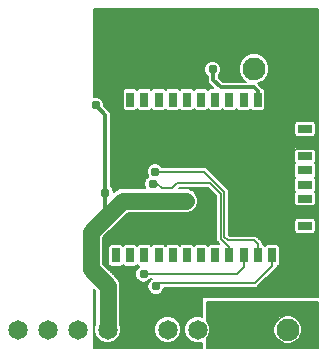
<source format=gbl>
G75*
G70*
%OFA0B0*%
%FSLAX24Y24*%
%IPPOS*%
%LPD*%
%AMOC8*
5,1,8,0,0,1.08239X$1,22.5*
%
%ADD10C,0.0760*%
%ADD11C,0.0650*%
%ADD12R,0.0250X0.0500*%
%ADD13R,0.0500X0.0250*%
%ADD14C,0.0060*%
%ADD15C,0.0310*%
%ADD16C,0.0120*%
%ADD17C,0.0396*%
%ADD18C,0.0475*%
%ADD19C,0.0560*%
D10*
X009575Y013785D03*
X010575Y013785D03*
X010696Y005086D03*
X009696Y005086D03*
D11*
X001695Y005085D03*
X002695Y005085D03*
X003695Y005085D03*
X004695Y005085D03*
X005695Y005085D03*
X006695Y005085D03*
X007695Y005085D03*
D12*
X007811Y007555D03*
X007338Y007555D03*
X006866Y007555D03*
X006394Y007555D03*
X005921Y007555D03*
X005449Y007555D03*
X004976Y007555D03*
X004976Y012752D03*
X005449Y012752D03*
X005921Y012752D03*
X006394Y012752D03*
X006866Y012752D03*
X007338Y012752D03*
X007811Y012752D03*
X008283Y012752D03*
X008756Y012752D03*
X009228Y012752D03*
X009701Y012752D03*
X010173Y012752D03*
X010173Y007555D03*
X009701Y007555D03*
X009228Y007555D03*
X008756Y007555D03*
X008283Y007555D03*
D13*
X011275Y008539D03*
X011275Y008933D03*
X011275Y009445D03*
X011275Y009917D03*
X011275Y010390D03*
X011275Y010862D03*
X011275Y011374D03*
X011275Y011768D03*
D14*
X011655Y011744D02*
X011705Y011744D01*
X011705Y011686D02*
X011655Y011686D01*
X011655Y011627D02*
X011705Y011627D01*
X011705Y011569D02*
X011635Y011569D01*
X011655Y011589D02*
X011655Y011946D01*
X011579Y012023D01*
X010972Y012023D01*
X010895Y011946D01*
X010895Y011589D01*
X010972Y011513D01*
X011579Y011513D01*
X011655Y011589D01*
X011705Y011510D02*
X004815Y011510D01*
X004815Y011452D02*
X011705Y011452D01*
X011705Y011393D02*
X004815Y011393D01*
X004815Y011335D02*
X011705Y011335D01*
X011705Y011276D02*
X004815Y011276D01*
X004815Y011218D02*
X011705Y011218D01*
X011705Y011159D02*
X004815Y011159D01*
X004815Y011100D02*
X010955Y011100D01*
X010972Y011117D02*
X010895Y011041D01*
X010895Y010683D01*
X010953Y010626D01*
X010895Y010569D01*
X010895Y010211D01*
X010953Y010153D01*
X010895Y010096D01*
X010895Y009738D01*
X010953Y009681D01*
X010895Y009624D01*
X010895Y009266D01*
X010972Y009190D01*
X011579Y009190D01*
X011655Y009266D01*
X011655Y009624D01*
X011598Y009681D01*
X011655Y009738D01*
X011655Y010096D01*
X011598Y010153D01*
X011655Y010211D01*
X011655Y010569D01*
X011598Y010626D01*
X011655Y010683D01*
X011655Y011041D01*
X011579Y011117D01*
X010972Y011117D01*
X010896Y011042D02*
X004815Y011042D01*
X004815Y010983D02*
X010895Y010983D01*
X010895Y010925D02*
X004815Y010925D01*
X004815Y010866D02*
X010895Y010866D01*
X010895Y010808D02*
X004815Y010808D01*
X004815Y010749D02*
X010895Y010749D01*
X010895Y010691D02*
X004815Y010691D01*
X004815Y010632D02*
X010947Y010632D01*
X010901Y010574D02*
X006460Y010574D01*
X006447Y010587D02*
X006342Y010630D01*
X006229Y010630D01*
X006124Y010587D01*
X006044Y010506D01*
X006000Y010402D01*
X006000Y010288D01*
X006041Y010190D01*
X006034Y010187D01*
X005954Y010106D01*
X005910Y010002D01*
X005910Y009888D01*
X005949Y009795D01*
X005277Y009795D01*
X005114Y009795D01*
X004963Y009733D01*
X004910Y009680D01*
X004910Y009702D01*
X004867Y009806D01*
X004815Y009858D01*
X004815Y012146D01*
X004815Y012304D01*
X004580Y012539D01*
X004580Y012612D01*
X004537Y012716D01*
X004457Y012797D01*
X004352Y012840D01*
X004239Y012840D01*
X004235Y012839D01*
X004235Y015775D01*
X011705Y015775D01*
X011705Y006155D01*
X007835Y006165D01*
X007835Y005519D01*
X007786Y005540D01*
X007605Y005540D01*
X007438Y005471D01*
X007310Y005343D01*
X007241Y005176D01*
X007241Y004995D01*
X007310Y004827D01*
X007438Y004699D01*
X007605Y004630D01*
X007786Y004630D01*
X007835Y004651D01*
X007835Y004485D01*
X004235Y004485D01*
X004235Y006425D01*
X004285Y006375D01*
X004285Y005284D01*
X004241Y005176D01*
X004241Y004995D01*
X004310Y004827D01*
X004438Y004699D01*
X004605Y004630D01*
X004786Y004630D01*
X004953Y004699D01*
X005081Y004827D01*
X005150Y004995D01*
X005150Y005176D01*
X005105Y005284D01*
X005105Y006627D01*
X005043Y006777D01*
X004928Y006893D01*
X004555Y007265D01*
X004555Y008165D01*
X005078Y008687D01*
X005365Y008975D01*
X007377Y008975D01*
X007528Y009037D01*
X007643Y009153D01*
X007705Y009303D01*
X007705Y009467D01*
X007643Y009617D01*
X007528Y009733D01*
X007377Y009795D01*
X007072Y009795D01*
X007092Y009815D01*
X008039Y009815D01*
X008305Y009549D01*
X008305Y008049D01*
X008399Y007955D01*
X008399Y007955D01*
X008419Y007935D01*
X008104Y007935D01*
X008047Y007878D01*
X007990Y007935D01*
X007632Y007935D01*
X007575Y007878D01*
X007517Y007935D01*
X007160Y007935D01*
X007102Y007878D01*
X007045Y007935D01*
X006687Y007935D01*
X006630Y007878D01*
X006572Y007935D01*
X006215Y007935D01*
X006157Y007878D01*
X006100Y007935D01*
X005742Y007935D01*
X005685Y007878D01*
X005627Y007935D01*
X005270Y007935D01*
X005212Y007878D01*
X005155Y007935D01*
X004797Y007935D01*
X004721Y007859D01*
X004721Y007251D01*
X004797Y007175D01*
X005155Y007175D01*
X005212Y007232D01*
X005270Y007175D01*
X005627Y007175D01*
X005685Y007232D01*
X005739Y007179D01*
X005734Y007177D01*
X005654Y007096D01*
X005610Y006992D01*
X005610Y006878D01*
X005654Y006774D01*
X005734Y006693D01*
X005839Y006650D01*
X005952Y006650D01*
X006057Y006693D01*
X006137Y006774D01*
X006138Y006775D01*
X006164Y006775D01*
X006144Y006767D01*
X006064Y006686D01*
X006020Y006582D01*
X006020Y006468D01*
X006064Y006364D01*
X006144Y006283D01*
X006249Y006240D01*
X006362Y006240D01*
X006467Y006283D01*
X006547Y006364D01*
X006590Y006468D01*
X006590Y006475D01*
X009662Y006475D01*
X009755Y006569D01*
X010333Y007146D01*
X010333Y007175D01*
X010352Y007175D01*
X010428Y007251D01*
X010428Y007859D01*
X010352Y007935D01*
X009994Y007935D01*
X009937Y007878D01*
X009879Y007935D01*
X009861Y007935D01*
X009861Y007996D01*
X009735Y008121D01*
X009642Y008215D01*
X008772Y008215D01*
X008745Y008241D01*
X008745Y009609D01*
X008745Y009741D01*
X008075Y010411D01*
X007982Y010505D01*
X006528Y010505D01*
X006527Y010506D01*
X006447Y010587D01*
X006518Y010515D02*
X010895Y010515D01*
X010895Y010456D02*
X008030Y010456D01*
X008089Y010398D02*
X010895Y010398D01*
X010895Y010339D02*
X008147Y010339D01*
X008206Y010281D02*
X010895Y010281D01*
X010895Y010222D02*
X008264Y010222D01*
X008323Y010164D02*
X010943Y010164D01*
X010905Y010105D02*
X008381Y010105D01*
X008440Y010047D02*
X010895Y010047D01*
X010895Y009988D02*
X008499Y009988D01*
X008557Y009930D02*
X010895Y009930D01*
X010895Y009871D02*
X008616Y009871D01*
X008674Y009812D02*
X010895Y009812D01*
X010895Y009754D02*
X008733Y009754D01*
X008745Y009695D02*
X010938Y009695D01*
X010909Y009637D02*
X008745Y009637D01*
X008745Y009578D02*
X010895Y009578D01*
X010895Y009520D02*
X008745Y009520D01*
X008745Y009461D02*
X010895Y009461D01*
X010895Y009403D02*
X008745Y009403D01*
X008745Y009344D02*
X010895Y009344D01*
X010895Y009286D02*
X008745Y009286D01*
X008745Y009227D02*
X010934Y009227D01*
X010972Y008794D02*
X010895Y008718D01*
X010895Y008360D01*
X010972Y008284D01*
X011579Y008284D01*
X011655Y008360D01*
X011655Y008718D01*
X011579Y008794D01*
X010972Y008794D01*
X010936Y008759D02*
X008745Y008759D01*
X008745Y008817D02*
X011705Y008817D01*
X011705Y008759D02*
X011615Y008759D01*
X011655Y008700D02*
X011705Y008700D01*
X011705Y008642D02*
X011655Y008642D01*
X011655Y008583D02*
X011705Y008583D01*
X011705Y008525D02*
X011655Y008525D01*
X011655Y008466D02*
X011705Y008466D01*
X011705Y008407D02*
X011655Y008407D01*
X011644Y008349D02*
X011705Y008349D01*
X011705Y008290D02*
X011585Y008290D01*
X011705Y008232D02*
X008755Y008232D01*
X008745Y008290D02*
X010966Y008290D01*
X010907Y008349D02*
X008745Y008349D01*
X008745Y008407D02*
X010895Y008407D01*
X010895Y008466D02*
X008745Y008466D01*
X008745Y008525D02*
X010895Y008525D01*
X010895Y008583D02*
X008745Y008583D01*
X008745Y008642D02*
X010895Y008642D01*
X010895Y008700D02*
X008745Y008700D01*
X008745Y008876D02*
X011705Y008876D01*
X011705Y008934D02*
X008745Y008934D01*
X008745Y008993D02*
X011705Y008993D01*
X011705Y009051D02*
X008745Y009051D01*
X008745Y009110D02*
X011705Y009110D01*
X011705Y009169D02*
X008745Y009169D01*
X008465Y009615D02*
X008465Y008115D01*
X008756Y007825D01*
X008756Y007555D01*
X008745Y007545D01*
X008705Y008055D02*
X008585Y008175D01*
X008585Y009675D01*
X007915Y010345D01*
X006285Y010345D01*
X006111Y010574D02*
X004815Y010574D01*
X004815Y010515D02*
X006052Y010515D01*
X006023Y010456D02*
X004815Y010456D01*
X004815Y010398D02*
X006000Y010398D01*
X006000Y010339D02*
X004815Y010339D01*
X004815Y010281D02*
X006004Y010281D01*
X006028Y010222D02*
X004815Y010222D01*
X004815Y010164D02*
X006011Y010164D01*
X005953Y010105D02*
X004815Y010105D01*
X004815Y010047D02*
X005929Y010047D01*
X005910Y009988D02*
X004815Y009988D01*
X004815Y009930D02*
X005910Y009930D01*
X005918Y009871D02*
X004815Y009871D01*
X004861Y009812D02*
X005942Y009812D01*
X006195Y009945D02*
X006355Y009945D01*
X006495Y009805D01*
X006855Y009805D01*
X007025Y009975D01*
X008105Y009975D01*
X008465Y009615D01*
X008305Y009520D02*
X007683Y009520D01*
X007705Y009461D02*
X008305Y009461D01*
X008305Y009403D02*
X007705Y009403D01*
X007705Y009344D02*
X008305Y009344D01*
X008305Y009286D02*
X007698Y009286D01*
X007674Y009227D02*
X008305Y009227D01*
X008305Y009169D02*
X007649Y009169D01*
X007600Y009110D02*
X008305Y009110D01*
X008305Y009051D02*
X007542Y009051D01*
X007420Y008993D02*
X008305Y008993D01*
X008305Y008934D02*
X005325Y008934D01*
X005266Y008876D02*
X008305Y008876D01*
X008305Y008817D02*
X005207Y008817D01*
X005149Y008759D02*
X008305Y008759D01*
X008305Y008700D02*
X005090Y008700D01*
X005032Y008642D02*
X008305Y008642D01*
X008305Y008583D02*
X004973Y008583D01*
X004915Y008525D02*
X008305Y008525D01*
X008305Y008466D02*
X004856Y008466D01*
X004798Y008407D02*
X008305Y008407D01*
X008305Y008349D02*
X004739Y008349D01*
X004681Y008290D02*
X008305Y008290D01*
X008305Y008232D02*
X004622Y008232D01*
X004563Y008173D02*
X008305Y008173D01*
X008305Y008115D02*
X004555Y008115D01*
X004555Y008056D02*
X008305Y008056D01*
X008357Y007998D02*
X004555Y007998D01*
X004555Y007939D02*
X008415Y007939D01*
X008705Y008055D02*
X009575Y008055D01*
X009701Y007930D01*
X009701Y007555D01*
X009934Y007881D02*
X009940Y007881D01*
X009861Y007939D02*
X011705Y007939D01*
X011705Y007881D02*
X010406Y007881D01*
X010428Y007822D02*
X011705Y007822D01*
X011705Y007763D02*
X010428Y007763D01*
X010428Y007705D02*
X011705Y007705D01*
X011705Y007646D02*
X010428Y007646D01*
X010428Y007588D02*
X011705Y007588D01*
X011705Y007529D02*
X010428Y007529D01*
X010428Y007471D02*
X011705Y007471D01*
X011705Y007412D02*
X010428Y007412D01*
X010428Y007354D02*
X011705Y007354D01*
X011705Y007295D02*
X010428Y007295D01*
X010413Y007237D02*
X011705Y007237D01*
X011705Y007178D02*
X010355Y007178D01*
X010306Y007119D02*
X011705Y007119D01*
X011705Y007061D02*
X010248Y007061D01*
X010189Y007002D02*
X011705Y007002D01*
X011705Y006944D02*
X010131Y006944D01*
X010072Y006885D02*
X011705Y006885D01*
X011705Y006827D02*
X010013Y006827D01*
X009955Y006768D02*
X011705Y006768D01*
X011705Y006710D02*
X009896Y006710D01*
X009838Y006651D02*
X011705Y006651D01*
X011705Y006593D02*
X009779Y006593D01*
X009721Y006534D02*
X011705Y006534D01*
X011705Y006476D02*
X009662Y006476D01*
X009595Y006635D02*
X006415Y006635D01*
X006305Y006525D01*
X006128Y006300D02*
X005105Y006300D01*
X005105Y006358D02*
X006069Y006358D01*
X006042Y006417D02*
X005105Y006417D01*
X005105Y006476D02*
X006020Y006476D01*
X006020Y006534D02*
X005105Y006534D01*
X005105Y006593D02*
X006025Y006593D01*
X006049Y006651D02*
X005955Y006651D01*
X005836Y006651D02*
X005095Y006651D01*
X005071Y006710D02*
X005718Y006710D01*
X005659Y006768D02*
X005047Y006768D01*
X004993Y006827D02*
X005632Y006827D01*
X005610Y006885D02*
X004935Y006885D01*
X004876Y006944D02*
X005610Y006944D01*
X005615Y007002D02*
X004818Y007002D01*
X004759Y007061D02*
X005639Y007061D01*
X005677Y007119D02*
X004701Y007119D01*
X004642Y007178D02*
X004794Y007178D01*
X004736Y007237D02*
X004584Y007237D01*
X004555Y007295D02*
X004721Y007295D01*
X004721Y007354D02*
X004555Y007354D01*
X004555Y007412D02*
X004721Y007412D01*
X004721Y007471D02*
X004555Y007471D01*
X004555Y007529D02*
X004721Y007529D01*
X004721Y007588D02*
X004555Y007588D01*
X004555Y007646D02*
X004721Y007646D01*
X004721Y007705D02*
X004555Y007705D01*
X004555Y007763D02*
X004721Y007763D01*
X004721Y007822D02*
X004555Y007822D01*
X004555Y007881D02*
X004743Y007881D01*
X005209Y007881D02*
X005215Y007881D01*
X005682Y007881D02*
X005688Y007881D01*
X005737Y007178D02*
X005630Y007178D01*
X005895Y006935D02*
X006035Y006935D01*
X008995Y006935D01*
X009228Y007168D01*
X009228Y007555D01*
X009742Y008115D02*
X011705Y008115D01*
X011705Y008173D02*
X009683Y008173D01*
X009801Y008056D02*
X011705Y008056D01*
X011705Y007998D02*
X009859Y007998D01*
X010173Y007555D02*
X010173Y007213D01*
X009595Y006635D01*
X010430Y005484D02*
X010298Y005352D01*
X010226Y005180D01*
X010226Y004993D01*
X010298Y004820D01*
X010430Y004688D01*
X010603Y004616D01*
X010790Y004616D01*
X010963Y004688D01*
X011095Y004820D01*
X011166Y004993D01*
X011166Y005180D01*
X011095Y005352D01*
X010963Y005484D01*
X010790Y005556D01*
X010603Y005556D01*
X010430Y005484D01*
X010426Y005480D02*
X007995Y005480D01*
X007995Y005422D02*
X010367Y005422D01*
X010309Y005363D02*
X008004Y005363D01*
X007995Y005372D02*
X008047Y005320D01*
X008110Y005168D01*
X008110Y005002D01*
X008047Y004850D01*
X007995Y004798D01*
X007995Y004485D01*
X011695Y004485D01*
X011695Y005995D01*
X007995Y005995D01*
X007995Y005372D01*
X008053Y005305D02*
X010278Y005305D01*
X010254Y005246D02*
X008078Y005246D01*
X008102Y005188D02*
X010230Y005188D01*
X010226Y005129D02*
X008110Y005129D01*
X008110Y005070D02*
X010226Y005070D01*
X010226Y005012D02*
X008110Y005012D01*
X008090Y004953D02*
X010243Y004953D01*
X010267Y004895D02*
X008066Y004895D01*
X008033Y004836D02*
X010291Y004836D01*
X010340Y004778D02*
X007995Y004778D01*
X007995Y004719D02*
X010399Y004719D01*
X010495Y004661D02*
X007995Y004661D01*
X007995Y004602D02*
X011695Y004602D01*
X011695Y004544D02*
X007995Y004544D01*
X007995Y004485D02*
X011695Y004485D01*
X011695Y004661D02*
X010898Y004661D01*
X010994Y004719D02*
X011695Y004719D01*
X011695Y004778D02*
X011053Y004778D01*
X011102Y004836D02*
X011695Y004836D01*
X011695Y004895D02*
X011126Y004895D01*
X011150Y004953D02*
X011695Y004953D01*
X011695Y005012D02*
X011166Y005012D01*
X011166Y005070D02*
X011695Y005070D01*
X011695Y005129D02*
X011166Y005129D01*
X011163Y005188D02*
X011695Y005188D01*
X011695Y005246D02*
X011139Y005246D01*
X011115Y005305D02*
X011695Y005305D01*
X011695Y005363D02*
X011084Y005363D01*
X011025Y005422D02*
X011695Y005422D01*
X011695Y005480D02*
X010967Y005480D01*
X010831Y005539D02*
X011695Y005539D01*
X011695Y005597D02*
X007995Y005597D01*
X007995Y005539D02*
X010561Y005539D01*
X011695Y005656D02*
X007995Y005656D01*
X007995Y005714D02*
X011695Y005714D01*
X011695Y005773D02*
X007995Y005773D01*
X007995Y005832D02*
X011695Y005832D01*
X011695Y005890D02*
X007995Y005890D01*
X007995Y005949D02*
X011695Y005949D01*
X011705Y006183D02*
X005105Y006183D01*
X005105Y006241D02*
X006246Y006241D01*
X006365Y006241D02*
X011705Y006241D01*
X011705Y006300D02*
X006483Y006300D01*
X006542Y006358D02*
X011705Y006358D01*
X011705Y006417D02*
X006569Y006417D01*
X006148Y006768D02*
X006132Y006768D01*
X006087Y006710D02*
X006073Y006710D01*
X006154Y007881D02*
X006160Y007881D01*
X006627Y007881D02*
X006633Y007881D01*
X007099Y007881D02*
X007105Y007881D01*
X007572Y007881D02*
X007578Y007881D01*
X008044Y007881D02*
X008050Y007881D01*
X008276Y009578D02*
X007659Y009578D01*
X007623Y009637D02*
X008217Y009637D01*
X008159Y009695D02*
X007565Y009695D01*
X007476Y009754D02*
X008100Y009754D01*
X008042Y009812D02*
X007089Y009812D01*
X007045Y012372D02*
X006687Y012372D01*
X006630Y012429D01*
X006572Y012372D01*
X006215Y012372D01*
X006157Y012429D01*
X006100Y012372D01*
X005742Y012372D01*
X005685Y012429D01*
X005627Y012372D01*
X005270Y012372D01*
X005194Y012448D01*
X005194Y013056D01*
X005270Y013132D01*
X005627Y013132D01*
X005685Y013074D01*
X005742Y013132D01*
X006100Y013132D01*
X006157Y013074D01*
X006215Y013132D01*
X006572Y013132D01*
X006630Y013074D01*
X006687Y013132D01*
X007045Y013132D01*
X007102Y013074D01*
X007160Y013132D01*
X007517Y013132D01*
X007575Y013074D01*
X007632Y013132D01*
X007990Y013132D01*
X008047Y013074D01*
X008104Y013132D01*
X008220Y013132D01*
X008147Y013205D01*
X008035Y013316D01*
X008035Y013513D01*
X008034Y013513D01*
X007954Y013594D01*
X007910Y013698D01*
X007910Y013812D01*
X007954Y013916D01*
X008034Y013997D01*
X008139Y014040D01*
X008252Y014040D01*
X008357Y013997D01*
X008437Y013916D01*
X008480Y013812D01*
X008480Y013698D01*
X008437Y013594D01*
X008415Y013572D01*
X008415Y013474D01*
X008544Y013345D01*
X009305Y013345D01*
X009287Y013353D01*
X009143Y013496D01*
X009065Y013684D01*
X009065Y013886D01*
X009143Y014074D01*
X009287Y014217D01*
X009474Y014295D01*
X009677Y014295D01*
X009864Y014217D01*
X010008Y014074D01*
X010085Y013886D01*
X010085Y013684D01*
X010008Y013496D01*
X009864Y013353D01*
X009710Y013289D01*
X009779Y013220D01*
X009867Y013132D01*
X009879Y013132D01*
X009956Y013056D01*
X009956Y012448D01*
X009879Y012372D01*
X009522Y012372D01*
X009464Y012429D01*
X009407Y012372D01*
X009049Y012372D01*
X008992Y012429D01*
X008935Y012372D01*
X008577Y012372D01*
X008519Y012429D01*
X008462Y012372D01*
X008104Y012372D01*
X008047Y012429D01*
X007990Y012372D01*
X007632Y012372D01*
X007575Y012429D01*
X007517Y012372D01*
X007160Y012372D01*
X007102Y012429D01*
X007045Y012372D01*
X007061Y012388D02*
X007143Y012388D01*
X007534Y012388D02*
X007616Y012388D01*
X008006Y012388D02*
X008088Y012388D01*
X008479Y012388D02*
X008560Y012388D01*
X008951Y012388D02*
X009033Y012388D01*
X009423Y012388D02*
X009505Y012388D01*
X009701Y012752D02*
X009701Y012850D01*
X009850Y013149D02*
X011705Y013149D01*
X011705Y013091D02*
X009920Y013091D01*
X009956Y013032D02*
X011705Y013032D01*
X011705Y012974D02*
X009956Y012974D01*
X009956Y012915D02*
X011705Y012915D01*
X011705Y012857D02*
X009956Y012857D01*
X009956Y012798D02*
X011705Y012798D01*
X011705Y012740D02*
X009956Y012740D01*
X009956Y012681D02*
X011705Y012681D01*
X011705Y012623D02*
X009956Y012623D01*
X009956Y012564D02*
X011705Y012564D01*
X011705Y012505D02*
X009956Y012505D01*
X009954Y012447D02*
X011705Y012447D01*
X011705Y012388D02*
X009896Y012388D01*
X009791Y013208D02*
X011705Y013208D01*
X011705Y013267D02*
X009733Y013267D01*
X009798Y013325D02*
X011705Y013325D01*
X011705Y013384D02*
X009895Y013384D01*
X009954Y013442D02*
X011705Y013442D01*
X011705Y013501D02*
X010010Y013501D01*
X010034Y013559D02*
X011705Y013559D01*
X011705Y013618D02*
X010058Y013618D01*
X010082Y013676D02*
X011705Y013676D01*
X011705Y013735D02*
X010085Y013735D01*
X010085Y013793D02*
X011705Y013793D01*
X011705Y013852D02*
X010085Y013852D01*
X010075Y013911D02*
X011705Y013911D01*
X011705Y013969D02*
X010051Y013969D01*
X010027Y014028D02*
X011705Y014028D01*
X011705Y014086D02*
X009996Y014086D01*
X009937Y014145D02*
X011705Y014145D01*
X011705Y014203D02*
X009878Y014203D01*
X009757Y014262D02*
X011705Y014262D01*
X011705Y014320D02*
X004235Y014320D01*
X004235Y014262D02*
X009394Y014262D01*
X009272Y014203D02*
X004235Y014203D01*
X004235Y014145D02*
X009214Y014145D01*
X009155Y014086D02*
X004235Y014086D01*
X004235Y014028D02*
X008109Y014028D01*
X008006Y013969D02*
X004235Y013969D01*
X004235Y013911D02*
X007951Y013911D01*
X007927Y013852D02*
X004235Y013852D01*
X004235Y013793D02*
X007910Y013793D01*
X007910Y013735D02*
X004235Y013735D01*
X004235Y013676D02*
X007920Y013676D01*
X007944Y013618D02*
X004235Y013618D01*
X004235Y013559D02*
X007988Y013559D01*
X008035Y013501D02*
X004235Y013501D01*
X004235Y013442D02*
X008035Y013442D01*
X008035Y013384D02*
X004235Y013384D01*
X004235Y013325D02*
X008035Y013325D01*
X008085Y013267D02*
X004235Y013267D01*
X004235Y013208D02*
X008144Y013208D01*
X008202Y013149D02*
X004235Y013149D01*
X004235Y013091D02*
X005229Y013091D01*
X005194Y013032D02*
X004235Y013032D01*
X004235Y012974D02*
X005194Y012974D01*
X005194Y012915D02*
X004235Y012915D01*
X004235Y012857D02*
X005194Y012857D01*
X005194Y012798D02*
X004453Y012798D01*
X004514Y012740D02*
X005194Y012740D01*
X005194Y012681D02*
X004552Y012681D01*
X004576Y012623D02*
X005194Y012623D01*
X005194Y012564D02*
X004580Y012564D01*
X004614Y012505D02*
X005194Y012505D01*
X005195Y012447D02*
X004672Y012447D01*
X004731Y012388D02*
X005253Y012388D01*
X005644Y012388D02*
X005726Y012388D01*
X006116Y012388D02*
X006198Y012388D01*
X006589Y012388D02*
X006671Y012388D01*
X006646Y013091D02*
X006613Y013091D01*
X006174Y013091D02*
X006141Y013091D01*
X005701Y013091D02*
X005668Y013091D01*
X004789Y012330D02*
X011705Y012330D01*
X011705Y012271D02*
X004815Y012271D01*
X004815Y012213D02*
X011705Y012213D01*
X011705Y012154D02*
X004815Y012154D01*
X004815Y012096D02*
X011705Y012096D01*
X011705Y012037D02*
X004815Y012037D01*
X004815Y011979D02*
X010928Y011979D01*
X010895Y011920D02*
X004815Y011920D01*
X004815Y011861D02*
X010895Y011861D01*
X010895Y011803D02*
X004815Y011803D01*
X004815Y011744D02*
X010895Y011744D01*
X010895Y011686D02*
X004815Y011686D01*
X004815Y011627D02*
X010895Y011627D01*
X010915Y011569D02*
X004815Y011569D01*
X004889Y009754D02*
X005015Y009754D01*
X004926Y009695D02*
X004910Y009695D01*
X004625Y009645D02*
X004625Y009255D01*
X004845Y009035D01*
X005158Y007178D02*
X005267Y007178D01*
X005105Y006124D02*
X007835Y006124D01*
X007835Y006066D02*
X005105Y006066D01*
X005105Y006007D02*
X007835Y006007D01*
X007835Y005949D02*
X005105Y005949D01*
X005105Y005890D02*
X007835Y005890D01*
X007835Y005832D02*
X005105Y005832D01*
X005105Y005773D02*
X007835Y005773D01*
X007835Y005714D02*
X005105Y005714D01*
X005105Y005656D02*
X007835Y005656D01*
X007835Y005597D02*
X005105Y005597D01*
X005105Y005539D02*
X006603Y005539D01*
X006605Y005540D02*
X006438Y005471D01*
X006310Y005343D01*
X006241Y005176D01*
X006241Y004995D01*
X006310Y004827D01*
X006438Y004699D01*
X006605Y004630D01*
X006786Y004630D01*
X006953Y004699D01*
X007081Y004827D01*
X007150Y004995D01*
X007150Y005176D01*
X007081Y005343D01*
X006953Y005471D01*
X006786Y005540D01*
X006605Y005540D01*
X006461Y005480D02*
X005105Y005480D01*
X005105Y005422D02*
X006389Y005422D01*
X006330Y005363D02*
X005105Y005363D01*
X005105Y005305D02*
X006294Y005305D01*
X006270Y005246D02*
X005121Y005246D01*
X005145Y005188D02*
X006246Y005188D01*
X006241Y005129D02*
X005150Y005129D01*
X005150Y005070D02*
X006241Y005070D01*
X006241Y005012D02*
X005150Y005012D01*
X005133Y004953D02*
X006258Y004953D01*
X006282Y004895D02*
X005109Y004895D01*
X005085Y004836D02*
X006306Y004836D01*
X006360Y004778D02*
X005031Y004778D01*
X004973Y004719D02*
X006418Y004719D01*
X006531Y004661D02*
X004859Y004661D01*
X004531Y004661D02*
X004235Y004661D01*
X004235Y004719D02*
X004418Y004719D01*
X004360Y004778D02*
X004235Y004778D01*
X004235Y004836D02*
X004306Y004836D01*
X004282Y004895D02*
X004235Y004895D01*
X004235Y004953D02*
X004258Y004953D01*
X004241Y005012D02*
X004235Y005012D01*
X004235Y005070D02*
X004241Y005070D01*
X004235Y005129D02*
X004241Y005129D01*
X004235Y005188D02*
X004246Y005188D01*
X004235Y005246D02*
X004270Y005246D01*
X004285Y005305D02*
X004235Y005305D01*
X004235Y005363D02*
X004285Y005363D01*
X004285Y005422D02*
X004235Y005422D01*
X004235Y005480D02*
X004285Y005480D01*
X004285Y005539D02*
X004235Y005539D01*
X004235Y005597D02*
X004285Y005597D01*
X004285Y005656D02*
X004235Y005656D01*
X004235Y005714D02*
X004285Y005714D01*
X004285Y005773D02*
X004235Y005773D01*
X004235Y005832D02*
X004285Y005832D01*
X004285Y005890D02*
X004235Y005890D01*
X004235Y005949D02*
X004285Y005949D01*
X004285Y006007D02*
X004235Y006007D01*
X004235Y006066D02*
X004285Y006066D01*
X004285Y006124D02*
X004235Y006124D01*
X004235Y006183D02*
X004285Y006183D01*
X004285Y006241D02*
X004235Y006241D01*
X004235Y006300D02*
X004285Y006300D01*
X004285Y006358D02*
X004235Y006358D01*
X004235Y006417D02*
X004244Y006417D01*
X004535Y005085D02*
X004695Y005085D01*
X004235Y004602D02*
X007835Y004602D01*
X007835Y004544D02*
X004235Y004544D01*
X004235Y004485D02*
X007835Y004485D01*
X007531Y004661D02*
X006859Y004661D01*
X006973Y004719D02*
X007418Y004719D01*
X007360Y004778D02*
X007031Y004778D01*
X007085Y004836D02*
X007306Y004836D01*
X007282Y004895D02*
X007109Y004895D01*
X007133Y004953D02*
X007258Y004953D01*
X007241Y005012D02*
X007150Y005012D01*
X007150Y005070D02*
X007241Y005070D01*
X007241Y005129D02*
X007150Y005129D01*
X007145Y005188D02*
X007246Y005188D01*
X007270Y005246D02*
X007121Y005246D01*
X007097Y005305D02*
X007294Y005305D01*
X007330Y005363D02*
X007060Y005363D01*
X007002Y005422D02*
X007389Y005422D01*
X007461Y005480D02*
X006930Y005480D01*
X006788Y005539D02*
X007603Y005539D01*
X007788Y005539D02*
X007835Y005539D01*
X011616Y009227D02*
X011705Y009227D01*
X011705Y009286D02*
X011655Y009286D01*
X011655Y009344D02*
X011705Y009344D01*
X011705Y009403D02*
X011655Y009403D01*
X011655Y009461D02*
X011705Y009461D01*
X011705Y009520D02*
X011655Y009520D01*
X011655Y009578D02*
X011705Y009578D01*
X011705Y009637D02*
X011642Y009637D01*
X011612Y009695D02*
X011705Y009695D01*
X011705Y009754D02*
X011655Y009754D01*
X011655Y009812D02*
X011705Y009812D01*
X011705Y009871D02*
X011655Y009871D01*
X011655Y009930D02*
X011705Y009930D01*
X011705Y009988D02*
X011655Y009988D01*
X011655Y010047D02*
X011705Y010047D01*
X011705Y010105D02*
X011646Y010105D01*
X011608Y010164D02*
X011705Y010164D01*
X011705Y010222D02*
X011655Y010222D01*
X011655Y010281D02*
X011705Y010281D01*
X011705Y010339D02*
X011655Y010339D01*
X011655Y010398D02*
X011705Y010398D01*
X011705Y010456D02*
X011655Y010456D01*
X011655Y010515D02*
X011705Y010515D01*
X011705Y010574D02*
X011650Y010574D01*
X011604Y010632D02*
X011705Y010632D01*
X011705Y010691D02*
X011655Y010691D01*
X011655Y010749D02*
X011705Y010749D01*
X011705Y010808D02*
X011655Y010808D01*
X011655Y010866D02*
X011705Y010866D01*
X011705Y010925D02*
X011655Y010925D01*
X011655Y010983D02*
X011705Y010983D01*
X011705Y011042D02*
X011654Y011042D01*
X011705Y011100D02*
X011596Y011100D01*
X011655Y011803D02*
X011705Y011803D01*
X011705Y011861D02*
X011655Y011861D01*
X011655Y011920D02*
X011705Y011920D01*
X011705Y011979D02*
X011623Y011979D01*
X011705Y014379D02*
X004235Y014379D01*
X004235Y014437D02*
X011705Y014437D01*
X011705Y014496D02*
X004235Y014496D01*
X004235Y014554D02*
X011705Y014554D01*
X011705Y014613D02*
X004235Y014613D01*
X004235Y014672D02*
X011705Y014672D01*
X011705Y014730D02*
X004235Y014730D01*
X004235Y014789D02*
X011705Y014789D01*
X011705Y014847D02*
X004235Y014847D01*
X004235Y014906D02*
X011705Y014906D01*
X011705Y014964D02*
X004235Y014964D01*
X004235Y015023D02*
X011705Y015023D01*
X011705Y015081D02*
X004235Y015081D01*
X004235Y015140D02*
X011705Y015140D01*
X011705Y015198D02*
X004235Y015198D01*
X004235Y015257D02*
X011705Y015257D01*
X011705Y015316D02*
X004235Y015316D01*
X004235Y015374D02*
X011705Y015374D01*
X011705Y015433D02*
X004235Y015433D01*
X004235Y015491D02*
X011705Y015491D01*
X011705Y015550D02*
X004235Y015550D01*
X004235Y015608D02*
X011705Y015608D01*
X011705Y015667D02*
X004235Y015667D01*
X004235Y015725D02*
X011705Y015725D01*
X009256Y013384D02*
X008506Y013384D01*
X008447Y013442D02*
X009197Y013442D01*
X009141Y013501D02*
X008415Y013501D01*
X008415Y013559D02*
X009117Y013559D01*
X009093Y013618D02*
X008447Y013618D01*
X008471Y013676D02*
X009068Y013676D01*
X009065Y013735D02*
X008480Y013735D01*
X008480Y013793D02*
X009065Y013793D01*
X009065Y013852D02*
X008464Y013852D01*
X008439Y013911D02*
X009075Y013911D01*
X009100Y013969D02*
X008384Y013969D01*
X008282Y014028D02*
X009124Y014028D01*
X008064Y013091D02*
X008031Y013091D01*
X007591Y013091D02*
X007558Y013091D01*
X007119Y013091D02*
X007086Y013091D01*
D15*
X008195Y013755D03*
X008885Y010515D03*
X009305Y010515D03*
X009695Y010515D03*
X010115Y010515D03*
X010115Y009795D03*
X009695Y009795D03*
X009305Y009795D03*
X008885Y009795D03*
X008885Y009075D03*
X009305Y009075D03*
X009695Y009075D03*
X010115Y009075D03*
X010115Y008355D03*
X009695Y008355D03*
X009305Y008355D03*
X008885Y008355D03*
X006305Y006525D03*
X005895Y006935D03*
X005915Y008595D03*
X006195Y009945D03*
X006285Y010345D03*
X005405Y012105D03*
X004295Y012555D03*
X004625Y009645D03*
D16*
X004625Y012225D01*
X004295Y012555D01*
X004625Y009645D02*
X004625Y009045D01*
X008465Y013155D02*
X008225Y013395D01*
X008225Y013695D01*
X008195Y013755D01*
X008465Y013155D02*
X009575Y013155D01*
X009701Y013030D01*
X009701Y012752D01*
D17*
X008655Y005315D03*
X008885Y004915D03*
X008415Y004915D03*
D18*
X007295Y009385D03*
D19*
X005195Y009385D01*
X004845Y009035D01*
X004145Y008335D01*
X004145Y007095D01*
X004695Y006545D01*
X004695Y005085D01*
M02*

</source>
